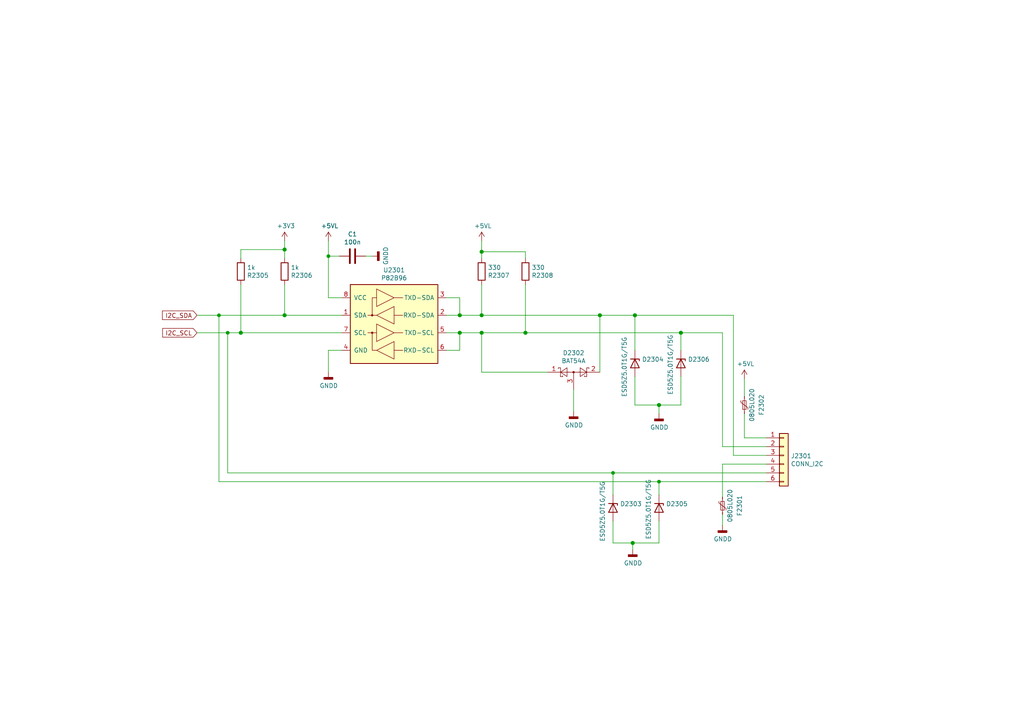
<source format=kicad_sch>
(kicad_sch (version 20211123) (generator eeschema)

  (uuid 1bd160dc-a08a-4fe0-b22c-e1c152609418)

  (paper "A4")

  (lib_symbols
    (symbol "Connector_Generic:Conn_01x06" (pin_names (offset 1.016) hide) (in_bom yes) (on_board yes)
      (property "Reference" "J" (id 0) (at 0 7.62 0)
        (effects (font (size 1.27 1.27)))
      )
      (property "Value" "Conn_01x06" (id 1) (at 0 -10.16 0)
        (effects (font (size 1.27 1.27)))
      )
      (property "Footprint" "" (id 2) (at 0 0 0)
        (effects (font (size 1.27 1.27)) hide)
      )
      (property "Datasheet" "~" (id 3) (at 0 0 0)
        (effects (font (size 1.27 1.27)) hide)
      )
      (property "ki_keywords" "connector" (id 4) (at 0 0 0)
        (effects (font (size 1.27 1.27)) hide)
      )
      (property "ki_description" "Generic connector, single row, 01x06, script generated (kicad-library-utils/schlib/autogen/connector/)" (id 5) (at 0 0 0)
        (effects (font (size 1.27 1.27)) hide)
      )
      (property "ki_fp_filters" "Connector*:*_1x??_*" (id 6) (at 0 0 0)
        (effects (font (size 1.27 1.27)) hide)
      )
      (symbol "Conn_01x06_1_1"
        (rectangle (start -1.27 -7.493) (end 0 -7.747)
          (stroke (width 0.1524) (type default) (color 0 0 0 0))
          (fill (type none))
        )
        (rectangle (start -1.27 -4.953) (end 0 -5.207)
          (stroke (width 0.1524) (type default) (color 0 0 0 0))
          (fill (type none))
        )
        (rectangle (start -1.27 -2.413) (end 0 -2.667)
          (stroke (width 0.1524) (type default) (color 0 0 0 0))
          (fill (type none))
        )
        (rectangle (start -1.27 0.127) (end 0 -0.127)
          (stroke (width 0.1524) (type default) (color 0 0 0 0))
          (fill (type none))
        )
        (rectangle (start -1.27 2.667) (end 0 2.413)
          (stroke (width 0.1524) (type default) (color 0 0 0 0))
          (fill (type none))
        )
        (rectangle (start -1.27 5.207) (end 0 4.953)
          (stroke (width 0.1524) (type default) (color 0 0 0 0))
          (fill (type none))
        )
        (rectangle (start -1.27 6.35) (end 1.27 -8.89)
          (stroke (width 0.254) (type default) (color 0 0 0 0))
          (fill (type background))
        )
        (pin passive line (at -5.08 5.08 0) (length 3.81)
          (name "Pin_1" (effects (font (size 1.27 1.27))))
          (number "1" (effects (font (size 1.27 1.27))))
        )
        (pin passive line (at -5.08 2.54 0) (length 3.81)
          (name "Pin_2" (effects (font (size 1.27 1.27))))
          (number "2" (effects (font (size 1.27 1.27))))
        )
        (pin passive line (at -5.08 0 0) (length 3.81)
          (name "Pin_3" (effects (font (size 1.27 1.27))))
          (number "3" (effects (font (size 1.27 1.27))))
        )
        (pin passive line (at -5.08 -2.54 0) (length 3.81)
          (name "Pin_4" (effects (font (size 1.27 1.27))))
          (number "4" (effects (font (size 1.27 1.27))))
        )
        (pin passive line (at -5.08 -5.08 0) (length 3.81)
          (name "Pin_5" (effects (font (size 1.27 1.27))))
          (number "5" (effects (font (size 1.27 1.27))))
        )
        (pin passive line (at -5.08 -7.62 0) (length 3.81)
          (name "Pin_6" (effects (font (size 1.27 1.27))))
          (number "6" (effects (font (size 1.27 1.27))))
        )
      )
    )
    (symbol "Device:C" (pin_numbers hide) (pin_names (offset 0.254)) (in_bom yes) (on_board yes)
      (property "Reference" "C" (id 0) (at 0.635 2.54 0)
        (effects (font (size 1.27 1.27)) (justify left))
      )
      (property "Value" "C" (id 1) (at 0.635 -2.54 0)
        (effects (font (size 1.27 1.27)) (justify left))
      )
      (property "Footprint" "" (id 2) (at 0.9652 -3.81 0)
        (effects (font (size 1.27 1.27)) hide)
      )
      (property "Datasheet" "~" (id 3) (at 0 0 0)
        (effects (font (size 1.27 1.27)) hide)
      )
      (property "ki_keywords" "cap capacitor" (id 4) (at 0 0 0)
        (effects (font (size 1.27 1.27)) hide)
      )
      (property "ki_description" "Unpolarized capacitor" (id 5) (at 0 0 0)
        (effects (font (size 1.27 1.27)) hide)
      )
      (property "ki_fp_filters" "C_*" (id 6) (at 0 0 0)
        (effects (font (size 1.27 1.27)) hide)
      )
      (symbol "C_0_1"
        (polyline
          (pts
            (xy -2.032 -0.762)
            (xy 2.032 -0.762)
          )
          (stroke (width 0.508) (type default) (color 0 0 0 0))
          (fill (type none))
        )
        (polyline
          (pts
            (xy -2.032 0.762)
            (xy 2.032 0.762)
          )
          (stroke (width 0.508) (type default) (color 0 0 0 0))
          (fill (type none))
        )
      )
      (symbol "C_1_1"
        (pin passive line (at 0 3.81 270) (length 2.794)
          (name "~" (effects (font (size 1.27 1.27))))
          (number "1" (effects (font (size 1.27 1.27))))
        )
        (pin passive line (at 0 -3.81 90) (length 2.794)
          (name "~" (effects (font (size 1.27 1.27))))
          (number "2" (effects (font (size 1.27 1.27))))
        )
      )
    )
    (symbol "Device:D_Zener" (pin_numbers hide) (pin_names (offset 1.016) hide) (in_bom yes) (on_board yes)
      (property "Reference" "D" (id 0) (at 0 2.54 0)
        (effects (font (size 1.27 1.27)))
      )
      (property "Value" "D_Zener" (id 1) (at 0 -2.54 0)
        (effects (font (size 1.27 1.27)))
      )
      (property "Footprint" "" (id 2) (at 0 0 0)
        (effects (font (size 1.27 1.27)) hide)
      )
      (property "Datasheet" "~" (id 3) (at 0 0 0)
        (effects (font (size 1.27 1.27)) hide)
      )
      (property "ki_keywords" "diode" (id 4) (at 0 0 0)
        (effects (font (size 1.27 1.27)) hide)
      )
      (property "ki_description" "Zener diode" (id 5) (at 0 0 0)
        (effects (font (size 1.27 1.27)) hide)
      )
      (property "ki_fp_filters" "TO-???* *_Diode_* *SingleDiode* D_*" (id 6) (at 0 0 0)
        (effects (font (size 1.27 1.27)) hide)
      )
      (symbol "D_Zener_0_1"
        (polyline
          (pts
            (xy 1.27 0)
            (xy -1.27 0)
          )
          (stroke (width 0) (type default) (color 0 0 0 0))
          (fill (type none))
        )
        (polyline
          (pts
            (xy -1.27 -1.27)
            (xy -1.27 1.27)
            (xy -0.762 1.27)
          )
          (stroke (width 0.254) (type default) (color 0 0 0 0))
          (fill (type none))
        )
        (polyline
          (pts
            (xy 1.27 -1.27)
            (xy 1.27 1.27)
            (xy -1.27 0)
            (xy 1.27 -1.27)
          )
          (stroke (width 0.254) (type default) (color 0 0 0 0))
          (fill (type none))
        )
      )
      (symbol "D_Zener_1_1"
        (pin passive line (at -3.81 0 0) (length 2.54)
          (name "K" (effects (font (size 1.27 1.27))))
          (number "1" (effects (font (size 1.27 1.27))))
        )
        (pin passive line (at 3.81 0 180) (length 2.54)
          (name "A" (effects (font (size 1.27 1.27))))
          (number "2" (effects (font (size 1.27 1.27))))
        )
      )
    )
    (symbol "Device:Polyfuse_Small" (pin_numbers hide) (pin_names (offset 0)) (in_bom yes) (on_board yes)
      (property "Reference" "F" (id 0) (at -1.905 0 90)
        (effects (font (size 1.27 1.27)))
      )
      (property "Value" "Polyfuse_Small" (id 1) (at 1.905 0 90)
        (effects (font (size 1.27 1.27)))
      )
      (property "Footprint" "" (id 2) (at 1.27 -5.08 0)
        (effects (font (size 1.27 1.27)) (justify left) hide)
      )
      (property "Datasheet" "~" (id 3) (at 0 0 0)
        (effects (font (size 1.27 1.27)) hide)
      )
      (property "ki_keywords" "resettable fuse PTC PPTC polyfuse polyswitch" (id 4) (at 0 0 0)
        (effects (font (size 1.27 1.27)) hide)
      )
      (property "ki_description" "Resettable fuse, polymeric positive temperature coefficient, small symbol" (id 5) (at 0 0 0)
        (effects (font (size 1.27 1.27)) hide)
      )
      (property "ki_fp_filters" "*polyfuse* *PTC*" (id 6) (at 0 0 0)
        (effects (font (size 1.27 1.27)) hide)
      )
      (symbol "Polyfuse_Small_0_1"
        (rectangle (start -0.508 1.27) (end 0.508 -1.27)
          (stroke (width 0) (type default) (color 0 0 0 0))
          (fill (type none))
        )
        (polyline
          (pts
            (xy 0 2.54)
            (xy 0 -2.54)
          )
          (stroke (width 0) (type default) (color 0 0 0 0))
          (fill (type none))
        )
        (polyline
          (pts
            (xy -1.016 1.27)
            (xy -1.016 0.762)
            (xy 1.016 -0.762)
            (xy 1.016 -1.27)
          )
          (stroke (width 0) (type default) (color 0 0 0 0))
          (fill (type none))
        )
      )
      (symbol "Polyfuse_Small_1_1"
        (pin passive line (at 0 2.54 270) (length 0.635)
          (name "~" (effects (font (size 1.27 1.27))))
          (number "1" (effects (font (size 1.27 1.27))))
        )
        (pin passive line (at 0 -2.54 90) (length 0.635)
          (name "~" (effects (font (size 1.27 1.27))))
          (number "2" (effects (font (size 1.27 1.27))))
        )
      )
    )
    (symbol "Device:R" (pin_numbers hide) (pin_names (offset 0)) (in_bom yes) (on_board yes)
      (property "Reference" "R" (id 0) (at 2.032 0 90)
        (effects (font (size 1.27 1.27)))
      )
      (property "Value" "R" (id 1) (at 0 0 90)
        (effects (font (size 1.27 1.27)))
      )
      (property "Footprint" "" (id 2) (at -1.778 0 90)
        (effects (font (size 1.27 1.27)) hide)
      )
      (property "Datasheet" "~" (id 3) (at 0 0 0)
        (effects (font (size 1.27 1.27)) hide)
      )
      (property "ki_keywords" "R res resistor" (id 4) (at 0 0 0)
        (effects (font (size 1.27 1.27)) hide)
      )
      (property "ki_description" "Resistor" (id 5) (at 0 0 0)
        (effects (font (size 1.27 1.27)) hide)
      )
      (property "ki_fp_filters" "R_*" (id 6) (at 0 0 0)
        (effects (font (size 1.27 1.27)) hide)
      )
      (symbol "R_0_1"
        (rectangle (start -1.016 -2.54) (end 1.016 2.54)
          (stroke (width 0.254) (type default) (color 0 0 0 0))
          (fill (type none))
        )
      )
      (symbol "R_1_1"
        (pin passive line (at 0 3.81 270) (length 1.27)
          (name "~" (effects (font (size 1.27 1.27))))
          (number "1" (effects (font (size 1.27 1.27))))
        )
        (pin passive line (at 0 -3.81 90) (length 1.27)
          (name "~" (effects (font (size 1.27 1.27))))
          (number "2" (effects (font (size 1.27 1.27))))
        )
      )
    )
    (symbol "Diode:BAT54A" (pin_names (offset 1.016)) (in_bom yes) (on_board yes)
      (property "Reference" "D" (id 0) (at 0.635 -3.81 0)
        (effects (font (size 1.27 1.27)) (justify left))
      )
      (property "Value" "BAT54A" (id 1) (at -6.35 3.175 0)
        (effects (font (size 1.27 1.27)) (justify left))
      )
      (property "Footprint" "Package_TO_SOT_SMD:SOT-23" (id 2) (at 1.905 3.175 0)
        (effects (font (size 1.27 1.27)) (justify left) hide)
      )
      (property "Datasheet" "http://www.diodes.com/_files/datasheets/ds11005.pdf" (id 3) (at -3.048 0 0)
        (effects (font (size 1.27 1.27)) hide)
      )
      (property "ki_keywords" "schottky diode" (id 4) (at 0 0 0)
        (effects (font (size 1.27 1.27)) hide)
      )
      (property "ki_description" "schottky barrier diode" (id 5) (at 0 0 0)
        (effects (font (size 1.27 1.27)) hide)
      )
      (property "ki_fp_filters" "SOT?23*" (id 6) (at 0 0 0)
        (effects (font (size 1.27 1.27)) hide)
      )
      (symbol "BAT54A_0_1"
        (polyline
          (pts
            (xy -4.445 1.27)
            (xy -4.445 1.016)
          )
          (stroke (width 0) (type default) (color 0 0 0 0))
          (fill (type none))
        )
        (polyline
          (pts
            (xy -3.81 -1.27)
            (xy -3.81 1.27)
          )
          (stroke (width 0) (type default) (color 0 0 0 0))
          (fill (type none))
        )
        (polyline
          (pts
            (xy -3.81 -1.27)
            (xy -3.175 -1.27)
          )
          (stroke (width 0) (type default) (color 0 0 0 0))
          (fill (type none))
        )
        (polyline
          (pts
            (xy -3.81 0)
            (xy -1.27 0)
          )
          (stroke (width 0) (type default) (color 0 0 0 0))
          (fill (type none))
        )
        (polyline
          (pts
            (xy -3.81 1.27)
            (xy -4.445 1.27)
          )
          (stroke (width 0) (type default) (color 0 0 0 0))
          (fill (type none))
        )
        (polyline
          (pts
            (xy -3.175 -1.27)
            (xy -3.175 -1.016)
          )
          (stroke (width 0) (type default) (color 0 0 0 0))
          (fill (type none))
        )
        (polyline
          (pts
            (xy -1.905 0)
            (xy 1.905 0)
          )
          (stroke (width 0) (type default) (color 0 0 0 0))
          (fill (type none))
        )
        (polyline
          (pts
            (xy 1.27 0)
            (xy 3.81 0)
          )
          (stroke (width 0) (type default) (color 0 0 0 0))
          (fill (type none))
        )
        (polyline
          (pts
            (xy 3.175 -1.27)
            (xy 3.175 -1.016)
          )
          (stroke (width 0) (type default) (color 0 0 0 0))
          (fill (type none))
        )
        (polyline
          (pts
            (xy 3.81 -1.27)
            (xy 3.175 -1.27)
          )
          (stroke (width 0) (type default) (color 0 0 0 0))
          (fill (type none))
        )
        (polyline
          (pts
            (xy 3.81 -1.27)
            (xy 3.81 1.27)
          )
          (stroke (width 0) (type default) (color 0 0 0 0))
          (fill (type none))
        )
        (polyline
          (pts
            (xy 3.81 1.27)
            (xy 4.445 1.27)
          )
          (stroke (width 0) (type default) (color 0 0 0 0))
          (fill (type none))
        )
        (polyline
          (pts
            (xy 4.445 1.27)
            (xy 4.445 1.016)
          )
          (stroke (width 0) (type default) (color 0 0 0 0))
          (fill (type none))
        )
        (polyline
          (pts
            (xy -1.905 1.27)
            (xy -1.905 -1.27)
            (xy -3.81 0)
            (xy -1.905 1.27)
          )
          (stroke (width 0) (type default) (color 0 0 0 0))
          (fill (type none))
        )
        (polyline
          (pts
            (xy 1.905 1.27)
            (xy 1.905 -1.27)
            (xy 3.81 0)
            (xy 1.905 1.27)
          )
          (stroke (width 0) (type default) (color 0 0 0 0))
          (fill (type none))
        )
        (circle (center 0 0) (radius 0.254)
          (stroke (width 0) (type default) (color 0 0 0 0))
          (fill (type outline))
        )
      )
      (symbol "BAT54A_1_1"
        (pin passive line (at -7.62 0 0) (length 3.81)
          (name "~" (effects (font (size 1.27 1.27))))
          (number "1" (effects (font (size 1.27 1.27))))
        )
        (pin passive line (at 7.62 0 180) (length 3.81)
          (name "~" (effects (font (size 1.27 1.27))))
          (number "2" (effects (font (size 1.27 1.27))))
        )
        (pin passive line (at 0 -5.08 90) (length 5.08)
          (name "~" (effects (font (size 1.27 1.27))))
          (number "3" (effects (font (size 1.27 1.27))))
        )
      )
    )
    (symbol "Interface_Expansion:P82B96" (pin_names (offset 1.016)) (in_bom yes) (on_board yes)
      (property "Reference" "U" (id 0) (at -12.7 12.7 0)
        (effects (font (size 1.27 1.27)) (justify left))
      )
      (property "Value" "P82B96" (id 1) (at 5.08 12.7 0)
        (effects (font (size 1.27 1.27)) (justify left))
      )
      (property "Footprint" "" (id 2) (at 0 0 0)
        (effects (font (size 1.27 1.27)) hide)
      )
      (property "Datasheet" "http://www.nxp.com/documents/data_sheet/P82B96.pdf" (id 3) (at 0 0 0)
        (effects (font (size 1.27 1.27)) hide)
      )
      (property "ki_keywords" "I2C Bus Buffer" (id 4) (at 0 0 0)
        (effects (font (size 1.27 1.27)) hide)
      )
      (property "ki_description" "Dual I2C Bus Buffer, DIP8/SO8/TSSOP8" (id 5) (at 0 0 0)
        (effects (font (size 1.27 1.27)) hide)
      )
      (property "ki_fp_filters" "DIP* PDIP* SOIC* SO* TSSOP*" (id 6) (at 0 0 0)
        (effects (font (size 1.27 1.27)) hide)
      )
      (symbol "P82B96_0_1"
        (rectangle (start -12.7 11.43) (end 12.7 -11.43)
          (stroke (width 0.254) (type default) (color 0 0 0 0))
          (fill (type background))
        )
        (circle (center -6.35 -2.54) (radius 0.127)
          (stroke (width 0) (type default) (color 0 0 0 0))
          (fill (type none))
        )
        (circle (center -6.35 -2.54) (radius 0.254)
          (stroke (width 0) (type default) (color 0 0 0 0))
          (fill (type none))
        )
        (circle (center -6.35 2.54) (radius 0.127)
          (stroke (width 0) (type default) (color 0 0 0 0))
          (fill (type none))
        )
        (circle (center -6.35 2.54) (radius 0.254)
          (stroke (width 0) (type default) (color 0 0 0 0))
          (fill (type none))
        )
        (polyline
          (pts
            (xy -5.08 -2.54)
            (xy -7.62 -2.54)
          )
          (stroke (width 0) (type default) (color 0 0 0 0))
          (fill (type none))
        )
        (polyline
          (pts
            (xy 0 -7.62)
            (xy 2.54 -7.62)
          )
          (stroke (width 0) (type default) (color 0 0 0 0))
          (fill (type none))
        )
        (polyline
          (pts
            (xy 0 -2.54)
            (xy 2.54 -2.54)
          )
          (stroke (width 0) (type default) (color 0 0 0 0))
          (fill (type none))
        )
        (polyline
          (pts
            (xy -5.08 -7.62)
            (xy -6.35 -7.62)
            (xy -6.35 -2.54)
          )
          (stroke (width 0) (type default) (color 0 0 0 0))
          (fill (type none))
        )
        (polyline
          (pts
            (xy -5.08 2.54)
            (xy -7.62 2.54)
            (xy -7.62 2.54)
          )
          (stroke (width 0) (type default) (color 0 0 0 0))
          (fill (type none))
        )
        (polyline
          (pts
            (xy 0 7.62)
            (xy 2.54 7.62)
            (xy 2.54 7.62)
          )
          (stroke (width 0) (type default) (color 0 0 0 0))
          (fill (type none))
        )
        (polyline
          (pts
            (xy 2.54 2.54)
            (xy 0 2.54)
            (xy 0 2.54)
          )
          (stroke (width 0) (type default) (color 0 0 0 0))
          (fill (type none))
        )
        (polyline
          (pts
            (xy -6.35 2.54)
            (xy -6.35 7.62)
            (xy -5.08 7.62)
            (xy -5.08 7.62)
          )
          (stroke (width 0) (type default) (color 0 0 0 0))
          (fill (type none))
        )
        (polyline
          (pts
            (xy -5.08 0)
            (xy -5.08 -5.08)
            (xy 0 -2.54)
            (xy -5.08 0)
            (xy -5.08 0)
          )
          (stroke (width 0) (type default) (color 0 0 0 0))
          (fill (type none))
        )
        (polyline
          (pts
            (xy -5.08 10.16)
            (xy -5.08 5.08)
            (xy 0 7.62)
            (xy -5.08 10.16)
            (xy -5.08 10.16)
          )
          (stroke (width 0) (type default) (color 0 0 0 0))
          (fill (type none))
        )
        (polyline
          (pts
            (xy 0 -5.08)
            (xy -5.08 -7.62)
            (xy 0 -10.16)
            (xy 0 -5.08)
            (xy 0 -5.08)
          )
          (stroke (width 0) (type default) (color 0 0 0 0))
          (fill (type none))
        )
        (polyline
          (pts
            (xy 0 5.08)
            (xy -5.08 2.54)
            (xy 0 0)
            (xy 0 5.08)
            (xy 0 5.08)
          )
          (stroke (width 0) (type default) (color 0 0 0 0))
          (fill (type none))
        )
      )
      (symbol "P82B96_1_1"
        (pin bidirectional line (at -15.24 2.54 0) (length 2.54)
          (name "SDA" (effects (font (size 1.27 1.27))))
          (number "1" (effects (font (size 1.27 1.27))))
        )
        (pin input line (at 15.24 2.54 180) (length 2.54)
          (name "RXD-SDA" (effects (font (size 1.27 1.27))))
          (number "2" (effects (font (size 1.27 1.27))))
        )
        (pin output line (at 15.24 7.62 180) (length 2.54)
          (name "TXD-SDA" (effects (font (size 1.27 1.27))))
          (number "3" (effects (font (size 1.27 1.27))))
        )
        (pin power_in line (at -15.24 -7.62 0) (length 2.54)
          (name "GND" (effects (font (size 1.27 1.27))))
          (number "4" (effects (font (size 1.27 1.27))))
        )
        (pin output line (at 15.24 -2.54 180) (length 2.54)
          (name "TXD-SCL" (effects (font (size 1.27 1.27))))
          (number "5" (effects (font (size 1.27 1.27))))
        )
        (pin input line (at 15.24 -7.62 180) (length 2.54)
          (name "RXD-SCL" (effects (font (size 1.27 1.27))))
          (number "6" (effects (font (size 1.27 1.27))))
        )
        (pin bidirectional line (at -15.24 -2.54 0) (length 2.54)
          (name "SCL" (effects (font (size 1.27 1.27))))
          (number "7" (effects (font (size 1.27 1.27))))
        )
        (pin power_in line (at -15.24 7.62 0) (length 2.54)
          (name "VCC" (effects (font (size 1.27 1.27))))
          (number "8" (effects (font (size 1.27 1.27))))
        )
      )
    )
    (symbol "power:+3V3" (power) (pin_names (offset 0)) (in_bom yes) (on_board yes)
      (property "Reference" "#PWR" (id 0) (at 0 -3.81 0)
        (effects (font (size 1.27 1.27)) hide)
      )
      (property "Value" "+3V3" (id 1) (at 0 3.556 0)
        (effects (font (size 1.27 1.27)))
      )
      (property "Footprint" "" (id 2) (at 0 0 0)
        (effects (font (size 1.27 1.27)) hide)
      )
      (property "Datasheet" "" (id 3) (at 0 0 0)
        (effects (font (size 1.27 1.27)) hide)
      )
      (property "ki_keywords" "power-flag" (id 4) (at 0 0 0)
        (effects (font (size 1.27 1.27)) hide)
      )
      (property "ki_description" "Power symbol creates a global label with name \"+3V3\"" (id 5) (at 0 0 0)
        (effects (font (size 1.27 1.27)) hide)
      )
      (symbol "+3V3_0_1"
        (polyline
          (pts
            (xy -0.762 1.27)
            (xy 0 2.54)
          )
          (stroke (width 0) (type default) (color 0 0 0 0))
          (fill (type none))
        )
        (polyline
          (pts
            (xy 0 0)
            (xy 0 2.54)
          )
          (stroke (width 0) (type default) (color 0 0 0 0))
          (fill (type none))
        )
        (polyline
          (pts
            (xy 0 2.54)
            (xy 0.762 1.27)
          )
          (stroke (width 0) (type default) (color 0 0 0 0))
          (fill (type none))
        )
      )
      (symbol "+3V3_1_1"
        (pin power_in line (at 0 0 90) (length 0) hide
          (name "+3V3" (effects (font (size 1.27 1.27))))
          (number "1" (effects (font (size 1.27 1.27))))
        )
      )
    )
    (symbol "power:+5VL" (power) (pin_names (offset 0)) (in_bom yes) (on_board yes)
      (property "Reference" "#PWR" (id 0) (at 0 -3.81 0)
        (effects (font (size 1.27 1.27)) hide)
      )
      (property "Value" "+5VL" (id 1) (at 0 3.556 0)
        (effects (font (size 1.27 1.27)))
      )
      (property "Footprint" "" (id 2) (at 0 0 0)
        (effects (font (size 1.27 1.27)) hide)
      )
      (property "Datasheet" "" (id 3) (at 0 0 0)
        (effects (font (size 1.27 1.27)) hide)
      )
      (property "ki_keywords" "power-flag" (id 4) (at 0 0 0)
        (effects (font (size 1.27 1.27)) hide)
      )
      (property "ki_description" "Power symbol creates a global label with name \"+5VL\"" (id 5) (at 0 0 0)
        (effects (font (size 1.27 1.27)) hide)
      )
      (symbol "+5VL_0_1"
        (polyline
          (pts
            (xy -0.762 1.27)
            (xy 0 2.54)
          )
          (stroke (width 0) (type default) (color 0 0 0 0))
          (fill (type none))
        )
        (polyline
          (pts
            (xy 0 0)
            (xy 0 2.54)
          )
          (stroke (width 0) (type default) (color 0 0 0 0))
          (fill (type none))
        )
        (polyline
          (pts
            (xy 0 2.54)
            (xy 0.762 1.27)
          )
          (stroke (width 0) (type default) (color 0 0 0 0))
          (fill (type none))
        )
      )
      (symbol "+5VL_1_1"
        (pin power_in line (at 0 0 90) (length 0) hide
          (name "+5VL" (effects (font (size 1.27 1.27))))
          (number "1" (effects (font (size 1.27 1.27))))
        )
      )
    )
    (symbol "power:GNDD" (power) (pin_names (offset 0)) (in_bom yes) (on_board yes)
      (property "Reference" "#PWR" (id 0) (at 0 -6.35 0)
        (effects (font (size 1.27 1.27)) hide)
      )
      (property "Value" "GNDD" (id 1) (at 0 -3.175 0)
        (effects (font (size 1.27 1.27)))
      )
      (property "Footprint" "" (id 2) (at 0 0 0)
        (effects (font (size 1.27 1.27)) hide)
      )
      (property "Datasheet" "" (id 3) (at 0 0 0)
        (effects (font (size 1.27 1.27)) hide)
      )
      (property "ki_keywords" "power-flag" (id 4) (at 0 0 0)
        (effects (font (size 1.27 1.27)) hide)
      )
      (property "ki_description" "Power symbol creates a global label with name \"GNDD\" , digital ground" (id 5) (at 0 0 0)
        (effects (font (size 1.27 1.27)) hide)
      )
      (symbol "GNDD_0_1"
        (rectangle (start -1.27 -1.524) (end 1.27 -2.032)
          (stroke (width 0.254) (type default) (color 0 0 0 0))
          (fill (type outline))
        )
        (polyline
          (pts
            (xy 0 0)
            (xy 0 -1.524)
          )
          (stroke (width 0) (type default) (color 0 0 0 0))
          (fill (type none))
        )
      )
      (symbol "GNDD_1_1"
        (pin power_in line (at 0 0 270) (length 0) hide
          (name "GNDD" (effects (font (size 1.27 1.27))))
          (number "1" (effects (font (size 1.27 1.27))))
        )
      )
    )
  )

  (junction (at 184.15 91.44) (diameter 1.016) (color 0 0 0 0)
    (uuid 1efa2a2c-3448-4385-898c-4c1577e22b00)
  )
  (junction (at 152.4 96.52) (diameter 1.016) (color 0 0 0 0)
    (uuid 2e924d2d-94f7-4a0f-8528-9d6e8f6bb0eb)
  )
  (junction (at 82.55 72.39) (diameter 1.016) (color 0 0 0 0)
    (uuid 39145082-825f-48b4-964e-958e59a83d09)
  )
  (junction (at 139.7 91.44) (diameter 1.016) (color 0 0 0 0)
    (uuid 47c2d869-3b61-41cb-b7da-0bcda9d848a9)
  )
  (junction (at 191.135 139.7) (diameter 0) (color 0 0 0 0)
    (uuid 53e279a4-b5b3-499f-8110-968401aa2145)
  )
  (junction (at 133.35 96.52) (diameter 1.016) (color 0 0 0 0)
    (uuid 5ff8b22f-1347-41d2-a81f-35ad79604a9b)
  )
  (junction (at 95.25 74.295) (diameter 0) (color 0 0 0 0)
    (uuid 60108ae7-ffef-4936-bf39-c8dd84762005)
  )
  (junction (at 197.485 96.52) (diameter 1.016) (color 0 0 0 0)
    (uuid 6707b221-21a1-482b-a9e0-e56d0908d37f)
  )
  (junction (at 183.515 157.48) (diameter 1.016) (color 0 0 0 0)
    (uuid 82b43a70-cb19-4531-8dd9-530241cf5458)
  )
  (junction (at 133.35 91.44) (diameter 1.016) (color 0 0 0 0)
    (uuid 8e2f2bec-6702-4270-8919-51904da9c633)
  )
  (junction (at 82.55 91.44) (diameter 1.016) (color 0 0 0 0)
    (uuid 94ebab51-a200-451b-80c5-4a6910538d4b)
  )
  (junction (at 191.135 117.475) (diameter 1.016) (color 0 0 0 0)
    (uuid a57ab6a7-0401-4f24-a727-566f19f6bf8f)
  )
  (junction (at 173.99 91.44) (diameter 1.016) (color 0 0 0 0)
    (uuid b4ac8718-0185-4931-9448-0b4d31607c34)
  )
  (junction (at 139.7 96.52) (diameter 1.016) (color 0 0 0 0)
    (uuid b6195440-02a8-48ee-b1aa-3caabc4545a9)
  )
  (junction (at 63.5 91.44) (diameter 0) (color 0 0 0 0)
    (uuid bd397544-ff56-4d51-b3c9-1b9f1f5e47be)
  )
  (junction (at 139.7 73.025) (diameter 1.016) (color 0 0 0 0)
    (uuid e412785b-4527-40b0-a133-202e6c25d7ad)
  )
  (junction (at 69.85 96.52) (diameter 1.016) (color 0 0 0 0)
    (uuid f4b777c9-c30a-4e78-abfd-d3896532f997)
  )
  (junction (at 177.8 137.16) (diameter 0) (color 0 0 0 0)
    (uuid f67f3eb8-4f81-49e3-b2b7-2f620cf92995)
  )
  (junction (at 66.04 96.52) (diameter 0) (color 0 0 0 0)
    (uuid f9f308d7-b844-4d61-97b2-be32493c4dd7)
  )

  (wire (pts (xy 191.135 157.48) (xy 191.135 151.13))
    (stroke (width 0) (type solid) (color 0 0 0 0))
    (uuid 047a1e39-3b23-4f58-a3c5-c678768e4f8e)
  )
  (wire (pts (xy 166.37 113.03) (xy 166.37 119.38))
    (stroke (width 0) (type solid) (color 0 0 0 0))
    (uuid 056f0540-4b8a-45b4-8cdc-b14c850f444a)
  )
  (wire (pts (xy 66.04 96.52) (xy 66.04 137.16))
    (stroke (width 0) (type solid) (color 0 0 0 0))
    (uuid 05b10288-d2b6-46ab-98b2-0d2b2f6bbc2b)
  )
  (wire (pts (xy 66.04 137.16) (xy 177.8 137.16))
    (stroke (width 0) (type solid) (color 0 0 0 0))
    (uuid 05b10288-d2b6-46ab-98b2-0d2b2f6bbc2c)
  )
  (wire (pts (xy 177.8 137.16) (xy 222.25 137.16))
    (stroke (width 0) (type solid) (color 0 0 0 0))
    (uuid 05b10288-d2b6-46ab-98b2-0d2b2f6bbc2d)
  )
  (wire (pts (xy 139.7 91.44) (xy 173.99 91.44))
    (stroke (width 0) (type solid) (color 0 0 0 0))
    (uuid 064b6d27-7ea1-4de4-b38a-5b5668f5ecb7)
  )
  (wire (pts (xy 57.15 91.44) (xy 63.5 91.44))
    (stroke (width 0) (type solid) (color 0 0 0 0))
    (uuid 07757c57-91f2-4e72-bd19-e9802361846b)
  )
  (wire (pts (xy 63.5 91.44) (xy 82.55 91.44))
    (stroke (width 0) (type solid) (color 0 0 0 0))
    (uuid 07757c57-91f2-4e72-bd19-e9802361846c)
  )
  (wire (pts (xy 209.55 96.52) (xy 197.485 96.52))
    (stroke (width 0) (type solid) (color 0 0 0 0))
    (uuid 097f5ada-5ca9-4beb-ac59-1ecd05c0246d)
  )
  (wire (pts (xy 99.06 86.36) (xy 95.25 86.36))
    (stroke (width 0) (type solid) (color 0 0 0 0))
    (uuid 0bacea79-5037-415c-9d64-abadb88eee5c)
  )
  (wire (pts (xy 209.55 149.225) (xy 209.55 152.4))
    (stroke (width 0) (type solid) (color 0 0 0 0))
    (uuid 0c40e61b-e35c-418b-989a-49b51462463e)
  )
  (wire (pts (xy 139.7 82.55) (xy 139.7 91.44))
    (stroke (width 0) (type solid) (color 0 0 0 0))
    (uuid 115c5081-70d8-4f34-abad-0e8395784f4b)
  )
  (wire (pts (xy 139.7 69.85) (xy 139.7 73.025))
    (stroke (width 0) (type solid) (color 0 0 0 0))
    (uuid 11c2faac-ef1a-44a3-816d-abbeb5ba3344)
  )
  (wire (pts (xy 69.85 96.52) (xy 99.06 96.52))
    (stroke (width 0) (type solid) (color 0 0 0 0))
    (uuid 13e807f3-cb2f-4d5a-87de-6752f9ce559a)
  )
  (wire (pts (xy 152.4 96.52) (xy 139.7 96.52))
    (stroke (width 0) (type solid) (color 0 0 0 0))
    (uuid 1bbbfc31-30cd-4f5d-acf8-5e86e144b707)
  )
  (wire (pts (xy 63.5 91.44) (xy 63.5 139.7))
    (stroke (width 0) (type solid) (color 0 0 0 0))
    (uuid 1f170605-fb3b-4f1e-af9e-c683317d5dbb)
  )
  (wire (pts (xy 63.5 139.7) (xy 191.135 139.7))
    (stroke (width 0) (type solid) (color 0 0 0 0))
    (uuid 1f170605-fb3b-4f1e-af9e-c683317d5dbc)
  )
  (wire (pts (xy 191.135 139.7) (xy 222.25 139.7))
    (stroke (width 0) (type solid) (color 0 0 0 0))
    (uuid 1f170605-fb3b-4f1e-af9e-c683317d5dbd)
  )
  (wire (pts (xy 129.54 101.6) (xy 133.35 101.6))
    (stroke (width 0) (type solid) (color 0 0 0 0))
    (uuid 265fbc46-2164-4517-9022-b1c846da7ba9)
  )
  (wire (pts (xy 191.135 117.475) (xy 197.485 117.475))
    (stroke (width 0) (type solid) (color 0 0 0 0))
    (uuid 2dff97b3-2c56-4ba6-b2ee-c4c3aff51e80)
  )
  (wire (pts (xy 99.06 101.6) (xy 95.25 101.6))
    (stroke (width 0) (type solid) (color 0 0 0 0))
    (uuid 32121e2b-97c8-4769-aaf1-ef70539f105a)
  )
  (wire (pts (xy 209.55 144.145) (xy 209.55 134.62))
    (stroke (width 0) (type solid) (color 0 0 0 0))
    (uuid 3c1007f5-81cc-4e57-a0dc-f042638ebac7)
  )
  (wire (pts (xy 183.515 157.48) (xy 191.135 157.48))
    (stroke (width 0) (type solid) (color 0 0 0 0))
    (uuid 405665cc-203c-4125-87e2-9477dd768af3)
  )
  (wire (pts (xy 95.25 69.85) (xy 95.25 74.295))
    (stroke (width 0) (type solid) (color 0 0 0 0))
    (uuid 416cd8b0-2ecb-4d6b-81c1-d26e3ca6004b)
  )
  (wire (pts (xy 95.25 74.295) (xy 95.25 86.36))
    (stroke (width 0) (type solid) (color 0 0 0 0))
    (uuid 416cd8b0-2ecb-4d6b-81c1-d26e3ca6004c)
  )
  (wire (pts (xy 209.55 129.54) (xy 209.55 96.52))
    (stroke (width 0) (type solid) (color 0 0 0 0))
    (uuid 43d82403-e136-4210-8d7b-5b04201401ed)
  )
  (wire (pts (xy 197.485 101.6) (xy 197.485 96.52))
    (stroke (width 0) (type solid) (color 0 0 0 0))
    (uuid 473f99f6-4456-49d8-9007-5c09d672df39)
  )
  (wire (pts (xy 69.85 72.39) (xy 82.55 72.39))
    (stroke (width 0) (type solid) (color 0 0 0 0))
    (uuid 477f6cee-58a7-4319-ae22-dd9e8c68a855)
  )
  (wire (pts (xy 177.8 157.48) (xy 183.515 157.48))
    (stroke (width 0) (type solid) (color 0 0 0 0))
    (uuid 50d2cad4-d3ed-432a-a7af-c9999476390e)
  )
  (wire (pts (xy 129.54 96.52) (xy 133.35 96.52))
    (stroke (width 0) (type solid) (color 0 0 0 0))
    (uuid 53038668-8fd0-4f9f-9d22-a7bc5d0b6c57)
  )
  (wire (pts (xy 184.15 101.6) (xy 184.15 91.44))
    (stroke (width 0) (type solid) (color 0 0 0 0))
    (uuid 539a8f32-d2ce-4d4e-8a5e-364a4800e0c9)
  )
  (wire (pts (xy 82.55 72.39) (xy 82.55 74.93))
    (stroke (width 0) (type solid) (color 0 0 0 0))
    (uuid 5996cd08-6070-4bf2-a088-bfc69b68be60)
  )
  (wire (pts (xy 95.25 74.295) (xy 98.425 74.295))
    (stroke (width 0) (type solid) (color 0 0 0 0))
    (uuid 5aef407a-c32b-4101-bb78-ee981859685a)
  )
  (wire (pts (xy 82.55 69.85) (xy 82.55 72.39))
    (stroke (width 0) (type solid) (color 0 0 0 0))
    (uuid 62ec3a0d-11d3-44f9-b749-5231a215c89c)
  )
  (wire (pts (xy 215.9 120.015) (xy 215.9 127))
    (stroke (width 0) (type solid) (color 0 0 0 0))
    (uuid 655f10de-c9c7-4803-9a74-0fb4d6976d78)
  )
  (wire (pts (xy 191.135 117.475) (xy 191.135 120.015))
    (stroke (width 0) (type solid) (color 0 0 0 0))
    (uuid 701e5c15-eaad-4ee5-990b-1d61c292ca5e)
  )
  (wire (pts (xy 139.7 91.44) (xy 133.35 91.44))
    (stroke (width 0) (type solid) (color 0 0 0 0))
    (uuid 76560c5b-a22c-436d-a47c-a4f298d040bc)
  )
  (wire (pts (xy 69.85 74.93) (xy 69.85 72.39))
    (stroke (width 0) (type solid) (color 0 0 0 0))
    (uuid 795718ef-4ab2-426a-9242-90ccbb866615)
  )
  (wire (pts (xy 129.54 86.36) (xy 133.35 86.36))
    (stroke (width 0) (type solid) (color 0 0 0 0))
    (uuid 7a4cab2f-2b05-472f-9e75-b3f8257344da)
  )
  (wire (pts (xy 212.725 132.08) (xy 222.25 132.08))
    (stroke (width 0) (type solid) (color 0 0 0 0))
    (uuid 7aed6445-3ff5-4770-a10a-722a227e85fe)
  )
  (wire (pts (xy 139.7 96.52) (xy 133.35 96.52))
    (stroke (width 0) (type solid) (color 0 0 0 0))
    (uuid 7cb11522-57e8-475c-a73c-1942940dde0d)
  )
  (wire (pts (xy 191.135 143.51) (xy 191.135 139.7))
    (stroke (width 0) (type solid) (color 0 0 0 0))
    (uuid 7ecd306c-65ac-4316-868d-afe4d515e3e1)
  )
  (wire (pts (xy 133.35 86.36) (xy 133.35 91.44))
    (stroke (width 0) (type solid) (color 0 0 0 0))
    (uuid 801b09db-9acd-45ec-861d-b247a925d9f3)
  )
  (wire (pts (xy 184.15 109.22) (xy 184.15 117.475))
    (stroke (width 0) (type solid) (color 0 0 0 0))
    (uuid 82722d97-f7ca-4e8d-9ac0-a9a534cede8d)
  )
  (wire (pts (xy 184.15 117.475) (xy 191.135 117.475))
    (stroke (width 0) (type solid) (color 0 0 0 0))
    (uuid 85b161ea-c8c2-4abf-8e7b-54fa8f1acee9)
  )
  (wire (pts (xy 106.045 74.295) (xy 107.95 74.295))
    (stroke (width 0) (type solid) (color 0 0 0 0))
    (uuid 8ab5f63d-4ac3-4831-8601-03462d541fa9)
  )
  (wire (pts (xy 139.7 73.025) (xy 139.7 74.93))
    (stroke (width 0) (type solid) (color 0 0 0 0))
    (uuid a6d856dd-ca45-4db1-814d-c8d8b2e67bcc)
  )
  (wire (pts (xy 177.8 151.13) (xy 177.8 157.48))
    (stroke (width 0) (type solid) (color 0 0 0 0))
    (uuid ae5acf15-5024-42f9-8768-b8593623510f)
  )
  (wire (pts (xy 152.4 74.93) (xy 152.4 73.025))
    (stroke (width 0) (type solid) (color 0 0 0 0))
    (uuid ae7b5fa5-a078-446d-87cf-220b813088a5)
  )
  (wire (pts (xy 57.15 96.52) (xy 66.04 96.52))
    (stroke (width 0) (type solid) (color 0 0 0 0))
    (uuid b5f40593-55c6-4c7a-b13b-9fefdf906f63)
  )
  (wire (pts (xy 66.04 96.52) (xy 69.85 96.52))
    (stroke (width 0) (type solid) (color 0 0 0 0))
    (uuid b5f40593-55c6-4c7a-b13b-9fefdf906f64)
  )
  (wire (pts (xy 129.54 91.44) (xy 133.35 91.44))
    (stroke (width 0) (type solid) (color 0 0 0 0))
    (uuid b6332179-e136-475a-a50a-bbd6a7365168)
  )
  (wire (pts (xy 133.35 96.52) (xy 133.35 101.6))
    (stroke (width 0) (type solid) (color 0 0 0 0))
    (uuid bacc9ed3-1ac4-4882-8e9a-d73213a208cf)
  )
  (wire (pts (xy 215.9 127) (xy 222.25 127))
    (stroke (width 0) (type solid) (color 0 0 0 0))
    (uuid bb4b9121-af36-42f2-8114-2f1b164fd5a0)
  )
  (wire (pts (xy 158.75 107.95) (xy 139.7 107.95))
    (stroke (width 0) (type solid) (color 0 0 0 0))
    (uuid bf5ba9e1-1816-4710-a6eb-22d606256753)
  )
  (wire (pts (xy 209.55 129.54) (xy 222.25 129.54))
    (stroke (width 0) (type solid) (color 0 0 0 0))
    (uuid c3b440cf-d8f6-4160-858d-4db0a73af052)
  )
  (wire (pts (xy 82.55 82.55) (xy 82.55 91.44))
    (stroke (width 0) (type solid) (color 0 0 0 0))
    (uuid c74083f2-57ac-4323-9a59-b485bf98ed3a)
  )
  (wire (pts (xy 209.55 134.62) (xy 222.25 134.62))
    (stroke (width 0) (type solid) (color 0 0 0 0))
    (uuid c7f84ba6-40df-4cc6-8a5b-73df52724f22)
  )
  (wire (pts (xy 184.15 91.44) (xy 212.725 91.44))
    (stroke (width 0) (type solid) (color 0 0 0 0))
    (uuid c91df664-f38e-4cf3-ad25-4a2f1c7ed06b)
  )
  (wire (pts (xy 173.99 91.44) (xy 173.99 107.95))
    (stroke (width 0) (type solid) (color 0 0 0 0))
    (uuid ce66662b-2542-482d-ac29-5d9c2f02c199)
  )
  (wire (pts (xy 197.485 109.22) (xy 197.485 117.475))
    (stroke (width 0) (type solid) (color 0 0 0 0))
    (uuid d0a68ae9-07da-440b-97fa-31d68678cfa9)
  )
  (wire (pts (xy 173.99 91.44) (xy 184.15 91.44))
    (stroke (width 0) (type solid) (color 0 0 0 0))
    (uuid d15b220a-e350-4d0f-a155-ffc2d4b03b54)
  )
  (wire (pts (xy 215.9 109.855) (xy 215.9 114.935))
    (stroke (width 0) (type solid) (color 0 0 0 0))
    (uuid d5ea5e6e-69a6-487e-b343-237a9e04cb3a)
  )
  (wire (pts (xy 139.7 96.52) (xy 139.7 107.95))
    (stroke (width 0) (type solid) (color 0 0 0 0))
    (uuid d634242d-2be8-4628-8373-a8b53ea79a36)
  )
  (wire (pts (xy 212.725 91.44) (xy 212.725 132.08))
    (stroke (width 0) (type solid) (color 0 0 0 0))
    (uuid dfe62ecc-b1b8-463c-a1ff-6e0bddfa4a7e)
  )
  (wire (pts (xy 139.7 73.025) (xy 152.4 73.025))
    (stroke (width 0) (type solid) (color 0 0 0 0))
    (uuid e30c8a4d-d5c4-479b-97fe-74bc76303725)
  )
  (wire (pts (xy 82.55 91.44) (xy 99.06 91.44))
    (stroke (width 0) (type solid) (color 0 0 0 0))
    (uuid f1600715-b069-4705-b91a-e5f87a535afb)
  )
  (wire (pts (xy 152.4 96.52) (xy 197.485 96.52))
    (stroke (width 0) (type solid) (color 0 0 0 0))
    (uuid f7550760-27f2-402f-a1c5-24cc4f7bdb81)
  )
  (wire (pts (xy 152.4 82.55) (xy 152.4 96.52))
    (stroke (width 0) (type solid) (color 0 0 0 0))
    (uuid f80f61c0-64da-4bcb-9de8-e1430aafcdd9)
  )
  (wire (pts (xy 183.515 157.48) (xy 183.515 159.385))
    (stroke (width 0) (type solid) (color 0 0 0 0))
    (uuid fb61ce98-376a-4dc4-864a-8ec5d1c28ab5)
  )
  (wire (pts (xy 177.8 137.16) (xy 177.8 143.51))
    (stroke (width 0) (type solid) (color 0 0 0 0))
    (uuid fba05b09-2554-4ccf-b517-e0f30c37cc1f)
  )
  (wire (pts (xy 69.85 82.55) (xy 69.85 96.52))
    (stroke (width 0) (type solid) (color 0 0 0 0))
    (uuid fd3e2a42-987f-41c0-8da2-880c35741b1e)
  )
  (wire (pts (xy 95.25 101.6) (xy 95.25 107.95))
    (stroke (width 0) (type solid) (color 0 0 0 0))
    (uuid fead1c84-bb36-46e6-96fb-6bb4d3ebc697)
  )

  (global_label "I2C_SCL" (shape input) (at 57.15 96.52 180)
    (effects (font (size 1.27 1.27)) (justify right))
    (uuid 98ab974a-4520-4a94-b580-381ba483fccf)
    (property "Intersheet References" "${INTERSHEET_REFS}" (id 0) (at 58.4866 96.4406 0)
      (effects (font (size 1.27 1.27)) (justify left) hide)
    )
  )
  (global_label "I2C_SDA" (shape input) (at 57.15 91.44 180)
    (effects (font (size 1.27 1.27)) (justify right))
    (uuid ba601beb-a02d-42e1-bd9b-7ebc959df0ab)
    (property "Intersheet References" "${INTERSHEET_REFS}" (id 0) (at 58.5471 91.3606 0)
      (effects (font (size 1.27 1.27)) (justify left) hide)
    )
  )

  (symbol (lib_id "power:+3V3") (at 82.55 69.85 0) (unit 1)
    (in_bom yes) (on_board yes)
    (uuid 03620f14-b860-4819-ab14-9ce232393233)
    (property "Reference" "#PWR02306" (id 0) (at 82.55 73.66 0)
      (effects (font (size 1.27 1.27)) hide)
    )
    (property "Value" "+3V3" (id 1) (at 82.9183 65.5256 0))
    (property "Footprint" "" (id 2) (at 82.55 69.85 0)
      (effects (font (size 1.27 1.27)) hide)
    )
    (property "Datasheet" "" (id 3) (at 82.55 69.85 0)
      (effects (font (size 1.27 1.27)) hide)
    )
    (pin "1" (uuid 1318f1d4-b614-4bbf-bb45-5cb1ba9a6fda))
  )

  (symbol (lib_id "Device:D_Zener") (at 191.135 147.32 270) (unit 1)
    (in_bom yes) (on_board yes)
    (uuid 09861999-3a7d-4efd-838c-f839e9002f62)
    (property "Reference" "D2305" (id 0) (at 193.167 146.1516 90)
      (effects (font (size 1.27 1.27)) (justify left))
    )
    (property "Value" "ESD5Z5.0T1G/T5G" (id 1) (at 188.087 138.938 0)
      (effects (font (size 1.27 1.27)) (justify left))
    )
    (property "Footprint" "Diode_SMD:D_SOD-523" (id 2) (at 191.135 147.32 0)
      (effects (font (size 1.27 1.27)) hide)
    )
    (property "Datasheet" "~" (id 3) (at 191.135 147.32 0)
      (effects (font (size 1.27 1.27)) hide)
    )
    (pin "1" (uuid 9a230391-dabd-40b7-904c-11ae4a1480c2))
    (pin "2" (uuid bc6e7bec-164c-48de-be96-0e46de7009ff))
  )

  (symbol (lib_id "Device:R") (at 82.55 78.74 0) (mirror x) (unit 1)
    (in_bom yes) (on_board yes)
    (uuid 11fbc62e-1caa-44cc-b417-f50a9f1aaefd)
    (property "Reference" "R2306" (id 0) (at 84.3281 79.8894 0)
      (effects (font (size 1.27 1.27)) (justify left))
    )
    (property "Value" "1k" (id 1) (at 84.328 77.591 0)
      (effects (font (size 1.27 1.27)) (justify left))
    )
    (property "Footprint" "Resistor_SMD:R_0603_1608Metric" (id 2) (at 80.772 78.74 90)
      (effects (font (size 1.27 1.27)) hide)
    )
    (property "Datasheet" "~" (id 3) (at 82.55 78.74 0)
      (effects (font (size 1.27 1.27)) hide)
    )
    (pin "1" (uuid 4ad02066-997e-4257-9692-faa08cbe6c83))
    (pin "2" (uuid db14c29a-32d6-4255-af2f-77276b38e43e))
  )

  (symbol (lib_id "Connector_Generic:Conn_01x06") (at 227.33 132.08 0) (unit 1)
    (in_bom yes) (on_board yes)
    (uuid 300c7cc2-5f92-4189-87ab-b9e20ac9a5bb)
    (property "Reference" "J2301" (id 0) (at 229.3621 132.2514 0)
      (effects (font (size 1.27 1.27)) (justify left))
    )
    (property "Value" "CONN_I2C" (id 1) (at 229.362 134.55 0)
      (effects (font (size 1.27 1.27)) (justify left))
    )
    (property "Footprint" "TerminalBlock_Phoenix:TerminalBlock_Phoenix_MPT-0,5-6-2.54_1x06_P2.54mm_Horizontal" (id 2) (at 227.33 132.08 0)
      (effects (font (size 1.27 1.27)) hide)
    )
    (property "Datasheet" "~" (id 3) (at 227.33 132.08 0)
      (effects (font (size 1.27 1.27)) hide)
    )
    (pin "1" (uuid d2d679a7-4b7f-48ba-8144-a69471c6ef5f))
    (pin "2" (uuid e50a6d54-8738-45dd-af59-9a3e93dc2a63))
    (pin "3" (uuid ddbe7c6e-b68c-42d2-8a09-0fb19b36888b))
    (pin "4" (uuid e499689a-a1f0-4c28-9138-5b105c885f9b))
    (pin "5" (uuid 6e035bad-71ee-4ee6-9d77-6b2f7daf7d8a))
    (pin "6" (uuid c3866af9-8f28-45c1-9126-abcaaec54f7e))
  )

  (symbol (lib_id "power:+5VL") (at 215.9 109.855 0) (unit 1)
    (in_bom yes) (on_board yes)
    (uuid 37bf713f-f40c-4f29-821a-3bf2426bd2ac)
    (property "Reference" "#PWR02314" (id 0) (at 215.9 113.665 0)
      (effects (font (size 1.27 1.27)) hide)
    )
    (property "Value" "+5VL" (id 1) (at 216.2683 105.5306 0))
    (property "Footprint" "" (id 2) (at 215.9 109.855 0)
      (effects (font (size 1.27 1.27)) hide)
    )
    (property "Datasheet" "" (id 3) (at 215.9 109.855 0)
      (effects (font (size 1.27 1.27)) hide)
    )
    (pin "1" (uuid eb5f18d3-e220-4467-a900-853385a3a574))
  )

  (symbol (lib_id "Device:R") (at 69.85 78.74 0) (mirror x) (unit 1)
    (in_bom yes) (on_board yes)
    (uuid 389bd88f-0dbb-4b34-83e8-1f026feed3d9)
    (property "Reference" "R2305" (id 0) (at 71.6281 79.8894 0)
      (effects (font (size 1.27 1.27)) (justify left))
    )
    (property "Value" "1k" (id 1) (at 71.628 77.591 0)
      (effects (font (size 1.27 1.27)) (justify left))
    )
    (property "Footprint" "Resistor_SMD:R_0603_1608Metric" (id 2) (at 68.072 78.74 90)
      (effects (font (size 1.27 1.27)) hide)
    )
    (property "Datasheet" "~" (id 3) (at 69.85 78.74 0)
      (effects (font (size 1.27 1.27)) hide)
    )
    (pin "1" (uuid 5ec3ddde-9d14-4cc0-9216-cf4af8c685e9))
    (pin "2" (uuid e561fa38-2e03-4ca9-8162-b2297e5611d0))
  )

  (symbol (lib_id "Interface_Expansion:P82B96") (at 114.3 93.98 0) (unit 1)
    (in_bom yes) (on_board yes)
    (uuid 3ecf6675-17bc-4dde-9465-becad61aa0e1)
    (property "Reference" "U2301" (id 0) (at 114.3 78.3398 0))
    (property "Value" "P82B96" (id 1) (at 114.3 80.6385 0))
    (property "Footprint" "Package_SO:SOIC-8_3.9x4.9mm_P1.27mm" (id 2) (at 114.3 93.98 0)
      (effects (font (size 1.27 1.27)) hide)
    )
    (property "Datasheet" "http://www.nxp.com/documents/data_sheet/P82B96.pdf" (id 3) (at 114.3 93.98 0)
      (effects (font (size 1.27 1.27)) hide)
    )
    (pin "1" (uuid 35cf0df3-fb17-46fc-81c3-ede15983fad4))
    (pin "2" (uuid 6f9110a5-7ce2-4ef1-b731-6aa2caf48cd0))
    (pin "3" (uuid 13934a40-1557-456e-9f92-448aafd03f4c))
    (pin "4" (uuid 3bcc37e1-ff60-4f16-a8c4-0f12f844f0f5))
    (pin "5" (uuid b621261c-628a-4c2b-be34-528a0c615e93))
    (pin "6" (uuid 5bec7780-9266-476e-b539-596a5ef6fea9))
    (pin "7" (uuid 067858c5-3362-4aa5-b9c0-2a70f36b4426))
    (pin "8" (uuid e2c81fbd-75d4-42b2-b6cc-2ecc597b2851))
  )

  (symbol (lib_id "power:+5VL") (at 139.7 69.85 0) (unit 1)
    (in_bom yes) (on_board yes)
    (uuid 446edff2-b4eb-43b4-b835-48cfc04a0a7a)
    (property "Reference" "#PWR02309" (id 0) (at 139.7 73.66 0)
      (effects (font (size 1.27 1.27)) hide)
    )
    (property "Value" "+5VL" (id 1) (at 140.0683 65.5256 0))
    (property "Footprint" "" (id 2) (at 139.7 69.85 0)
      (effects (font (size 1.27 1.27)) hide)
    )
    (property "Datasheet" "" (id 3) (at 139.7 69.85 0)
      (effects (font (size 1.27 1.27)) hide)
    )
    (pin "1" (uuid 34d5d082-d17d-4508-be6e-61aba2fc8f39))
  )

  (symbol (lib_id "power:GNDD") (at 95.25 107.95 0) (unit 1)
    (in_bom yes) (on_board yes)
    (uuid 47bca8ce-fc5e-452f-9080-8719cab335d4)
    (property "Reference" "#PWR02308" (id 0) (at 95.25 114.3 0)
      (effects (font (size 1.27 1.27)) hide)
    )
    (property "Value" "GNDD" (id 1) (at 95.3516 111.887 0))
    (property "Footprint" "" (id 2) (at 95.25 107.95 0)
      (effects (font (size 1.27 1.27)) hide)
    )
    (property "Datasheet" "" (id 3) (at 95.25 107.95 0)
      (effects (font (size 1.27 1.27)) hide)
    )
    (pin "1" (uuid 104a668f-8670-4993-9558-ece90f2be523))
  )

  (symbol (lib_id "Device:D_Zener") (at 177.8 147.32 270) (unit 1)
    (in_bom yes) (on_board yes)
    (uuid 51d17651-5b16-458a-afc9-867b63b3b4eb)
    (property "Reference" "D2303" (id 0) (at 179.832 146.1516 90)
      (effects (font (size 1.27 1.27)) (justify left))
    )
    (property "Value" "ESD5Z5.0T1G/T5G" (id 1) (at 174.752 139.573 0)
      (effects (font (size 1.27 1.27)) (justify left))
    )
    (property "Footprint" "Diode_SMD:D_SOD-523" (id 2) (at 177.8 147.32 0)
      (effects (font (size 1.27 1.27)) hide)
    )
    (property "Datasheet" "~" (id 3) (at 177.8 147.32 0)
      (effects (font (size 1.27 1.27)) hide)
    )
    (pin "1" (uuid 22ca43bf-efb9-4121-834a-a1c4940d005a))
    (pin "2" (uuid 1c6c351c-2cda-420c-92dd-d47b4f8e8970))
  )

  (symbol (lib_id "power:+5VL") (at 95.25 69.85 0) (unit 1)
    (in_bom yes) (on_board yes)
    (uuid 54aa2829-0d02-49ad-9518-86e156a0885b)
    (property "Reference" "#PWR02307" (id 0) (at 95.25 73.66 0)
      (effects (font (size 1.27 1.27)) hide)
    )
    (property "Value" "+5VL" (id 1) (at 95.6183 65.5256 0))
    (property "Footprint" "" (id 2) (at 95.25 69.85 0)
      (effects (font (size 1.27 1.27)) hide)
    )
    (property "Datasheet" "" (id 3) (at 95.25 69.85 0)
      (effects (font (size 1.27 1.27)) hide)
    )
    (pin "1" (uuid a035e87a-dc69-48f2-a305-9b2eefbc4e20))
  )

  (symbol (lib_id "power:GNDD") (at 191.135 120.015 0) (unit 1)
    (in_bom yes) (on_board yes)
    (uuid 608aeda5-2938-4707-8a08-6a925511de76)
    (property "Reference" "#PWR02312" (id 0) (at 191.135 126.365 0)
      (effects (font (size 1.27 1.27)) hide)
    )
    (property "Value" "GNDD" (id 1) (at 191.2366 123.952 0))
    (property "Footprint" "" (id 2) (at 191.135 120.015 0)
      (effects (font (size 1.27 1.27)) hide)
    )
    (property "Datasheet" "" (id 3) (at 191.135 120.015 0)
      (effects (font (size 1.27 1.27)) hide)
    )
    (pin "1" (uuid 686db1ed-5cef-459d-9a9c-7ca9a30094b9))
  )

  (symbol (lib_id "Device:C") (at 102.235 74.295 90) (unit 1)
    (in_bom yes) (on_board yes)
    (uuid 73015a27-3f04-4cb7-8502-bb45320ba029)
    (property "Reference" "C1" (id 0) (at 102.235 67.9258 90))
    (property "Value" "100n" (id 1) (at 102.235 70.225 90))
    (property "Footprint" "Capacitor_SMD:C_0603_1608Metric" (id 2) (at 106.045 73.3298 0)
      (effects (font (size 1.27 1.27)) hide)
    )
    (property "Datasheet" "~" (id 3) (at 102.235 74.295 0)
      (effects (font (size 1.27 1.27)) hide)
    )
    (pin "1" (uuid db052197-32de-44ce-a2e4-3047aced7dd7))
    (pin "2" (uuid 8775bc95-7839-43dd-bcb4-7f0d0bb6fdf1))
  )

  (symbol (lib_id "Device:Polyfuse_Small") (at 209.55 146.685 0) (unit 1)
    (in_bom yes) (on_board yes)
    (uuid 8e4aacfb-b7b1-486e-a9b9-f66b4c395c96)
    (property "Reference" "F2301" (id 0) (at 214.503 146.685 90))
    (property "Value" "0805L020" (id 1) (at 211.7344 146.685 90))
    (property "Footprint" "Fuse:Fuse_0805_2012Metric" (id 2) (at 210.82 151.765 0)
      (effects (font (size 1.27 1.27)) (justify left) hide)
    )
    (property "Datasheet" "~" (id 3) (at 209.55 146.685 0)
      (effects (font (size 1.27 1.27)) hide)
    )
    (pin "1" (uuid 92ab2cc6-cdc3-4bfd-a770-05940b549bb0))
    (pin "2" (uuid e43737c3-0e3c-4543-81f5-df37af4e65cf))
  )

  (symbol (lib_id "Device:R") (at 152.4 78.74 0) (mirror x) (unit 1)
    (in_bom yes) (on_board yes)
    (uuid a24fd44f-94ef-4019-9532-db08fff4508e)
    (property "Reference" "R2308" (id 0) (at 154.1781 79.8894 0)
      (effects (font (size 1.27 1.27)) (justify left))
    )
    (property "Value" "330" (id 1) (at 154.178 77.591 0)
      (effects (font (size 1.27 1.27)) (justify left))
    )
    (property "Footprint" "Resistor_SMD:R_0805_2012Metric" (id 2) (at 150.622 78.74 90)
      (effects (font (size 1.27 1.27)) hide)
    )
    (property "Datasheet" "~" (id 3) (at 152.4 78.74 0)
      (effects (font (size 1.27 1.27)) hide)
    )
    (pin "1" (uuid bf3b045d-9227-40f5-ba3d-5788e5bf77de))
    (pin "2" (uuid 73c52868-f126-4dfd-8459-1cbb16611a3a))
  )

  (symbol (lib_id "Device:R") (at 139.7 78.74 0) (mirror x) (unit 1)
    (in_bom yes) (on_board yes)
    (uuid a44aeeee-8e4b-42d7-a952-6b5c635ce06a)
    (property "Reference" "R2307" (id 0) (at 141.4781 79.8894 0)
      (effects (font (size 1.27 1.27)) (justify left))
    )
    (property "Value" "330" (id 1) (at 141.478 77.591 0)
      (effects (font (size 1.27 1.27)) (justify left))
    )
    (property "Footprint" "Resistor_SMD:R_0805_2012Metric" (id 2) (at 137.922 78.74 90)
      (effects (font (size 1.27 1.27)) hide)
    )
    (property "Datasheet" "~" (id 3) (at 139.7 78.74 0)
      (effects (font (size 1.27 1.27)) hide)
    )
    (pin "1" (uuid ec590de2-bc46-40a5-8b6e-42e5728156a4))
    (pin "2" (uuid 9f39c0f4-d7c0-47d6-8744-6ea0fb358758))
  )

  (symbol (lib_id "power:GNDD") (at 166.37 119.38 0) (unit 1)
    (in_bom yes) (on_board yes)
    (uuid b9252a85-af40-4d67-9067-ff746fb59aa9)
    (property "Reference" "#PWR02310" (id 0) (at 166.37 125.73 0)
      (effects (font (size 1.27 1.27)) hide)
    )
    (property "Value" "GNDD" (id 1) (at 166.4716 123.317 0))
    (property "Footprint" "" (id 2) (at 166.37 119.38 0)
      (effects (font (size 1.27 1.27)) hide)
    )
    (property "Datasheet" "" (id 3) (at 166.37 119.38 0)
      (effects (font (size 1.27 1.27)) hide)
    )
    (pin "1" (uuid 867b6eff-c8fd-467a-a606-d0739c979a21))
  )

  (symbol (lib_id "Device:Polyfuse_Small") (at 215.9 117.475 0) (unit 1)
    (in_bom yes) (on_board yes)
    (uuid bd5480c6-be83-46d5-a346-228e5d30e24b)
    (property "Reference" "F2302" (id 0) (at 220.853 117.475 90))
    (property "Value" "0805L020" (id 1) (at 218.0844 117.475 90))
    (property "Footprint" "Fuse:Fuse_0805_2012Metric" (id 2) (at 217.17 122.555 0)
      (effects (font (size 1.27 1.27)) (justify left) hide)
    )
    (property "Datasheet" "~" (id 3) (at 215.9 117.475 0)
      (effects (font (size 1.27 1.27)) hide)
    )
    (pin "1" (uuid 030d4215-c16e-420e-a685-2144fb5cac4a))
    (pin "2" (uuid b4b5c5ea-0d07-44f4-8619-73d30769da7f))
  )

  (symbol (lib_id "Diode:BAT54A") (at 166.37 107.95 0) (unit 1)
    (in_bom yes) (on_board yes)
    (uuid c0a39813-a6d2-451a-b80a-55c294a51a44)
    (property "Reference" "D2302" (id 0) (at 166.37 102.3682 0))
    (property "Value" "BAT54A" (id 1) (at 166.37 104.6669 0))
    (property "Footprint" "Package_TO_SOT_SMD:SOT-23" (id 2) (at 168.275 104.775 0)
      (effects (font (size 1.27 1.27)) (justify left) hide)
    )
    (property "Datasheet" "http://www.diodes.com/_files/datasheets/ds11005.pdf" (id 3) (at 163.322 107.95 0)
      (effects (font (size 1.27 1.27)) hide)
    )
    (pin "1" (uuid cebc072b-adb4-4f60-a67f-a47e80c247e9))
    (pin "2" (uuid 8ebc9c98-25d1-4792-b2b4-302c7bdc680a))
    (pin "3" (uuid 1753955c-05bc-43fb-b399-3f15a794c3af))
  )

  (symbol (lib_id "power:GNDD") (at 107.95 74.295 90) (unit 1)
    (in_bom yes) (on_board yes)
    (uuid c69b9ffd-b7aa-4702-a12d-e4f4073f156f)
    (property "Reference" "#PWR032" (id 0) (at 114.3 74.295 0)
      (effects (font (size 1.27 1.27)) hide)
    )
    (property "Value" "GNDD" (id 1) (at 111.887 74.1934 0))
    (property "Footprint" "" (id 2) (at 107.95 74.295 0)
      (effects (font (size 1.27 1.27)) hide)
    )
    (property "Datasheet" "" (id 3) (at 107.95 74.295 0)
      (effects (font (size 1.27 1.27)) hide)
    )
    (pin "1" (uuid cdb2dbae-ce36-4ada-9768-0fb279d8c106))
  )

  (symbol (lib_id "power:GNDD") (at 209.55 152.4 0) (unit 1)
    (in_bom yes) (on_board yes)
    (uuid d06c32a0-7640-4170-9f65-ae65d83ce340)
    (property "Reference" "#PWR02313" (id 0) (at 209.55 158.75 0)
      (effects (font (size 1.27 1.27)) hide)
    )
    (property "Value" "GNDD" (id 1) (at 209.6516 156.337 0))
    (property "Footprint" "" (id 2) (at 209.55 152.4 0)
      (effects (font (size 1.27 1.27)) hide)
    )
    (property "Datasheet" "" (id 3) (at 209.55 152.4 0)
      (effects (font (size 1.27 1.27)) hide)
    )
    (pin "1" (uuid c52fa128-3ae3-40f0-a01f-ee4fd85aa936))
  )

  (symbol (lib_id "Device:D_Zener") (at 184.15 105.41 270) (unit 1)
    (in_bom yes) (on_board yes)
    (uuid e043330f-3dc5-418e-971f-cf8c5d3cabe5)
    (property "Reference" "D2304" (id 0) (at 186.182 104.2416 90)
      (effects (font (size 1.27 1.27)) (justify left))
    )
    (property "Value" "ESD5Z5.0T1G/T5G" (id 1) (at 181.102 97.663 0)
      (effects (font (size 1.27 1.27)) (justify left))
    )
    (property "Footprint" "Diode_SMD:D_SOD-523" (id 2) (at 184.15 105.41 0)
      (effects (font (size 1.27 1.27)) hide)
    )
    (property "Datasheet" "~" (id 3) (at 184.15 105.41 0)
      (effects (font (size 1.27 1.27)) hide)
    )
    (pin "1" (uuid 743b13a7-75f6-48fa-8abc-446e9898ace0))
    (pin "2" (uuid 88af1b08-e6ec-47c7-bfa0-3936565d1a81))
  )

  (symbol (lib_id "power:GNDD") (at 183.515 159.385 0) (unit 1)
    (in_bom yes) (on_board yes)
    (uuid e5913ce5-aca8-4df2-bf3b-3bd3fa1b032b)
    (property "Reference" "#PWR02311" (id 0) (at 183.515 165.735 0)
      (effects (font (size 1.27 1.27)) hide)
    )
    (property "Value" "GNDD" (id 1) (at 183.6166 163.322 0))
    (property "Footprint" "" (id 2) (at 183.515 159.385 0)
      (effects (font (size 1.27 1.27)) hide)
    )
    (property "Datasheet" "" (id 3) (at 183.515 159.385 0)
      (effects (font (size 1.27 1.27)) hide)
    )
    (pin "1" (uuid 917a9ee3-d18f-418d-8bcf-d84713a36968))
  )

  (symbol (lib_id "Device:D_Zener") (at 197.485 105.41 270) (unit 1)
    (in_bom yes) (on_board yes)
    (uuid e5ffef4c-6486-4ac3-84ba-20034159d941)
    (property "Reference" "D2306" (id 0) (at 199.517 104.2416 90)
      (effects (font (size 1.27 1.27)) (justify left))
    )
    (property "Value" "ESD5Z5.0T1G/T5G" (id 1) (at 194.437 97.028 0)
      (effects (font (size 1.27 1.27)) (justify left))
    )
    (property "Footprint" "Diode_SMD:D_SOD-523" (id 2) (at 197.485 105.41 0)
      (effects (font (size 1.27 1.27)) hide)
    )
    (property "Datasheet" "~" (id 3) (at 197.485 105.41 0)
      (effects (font (size 1.27 1.27)) hide)
    )
    (pin "1" (uuid f7cc233a-8a52-40f9-bddf-79d72138b658))
    (pin "2" (uuid 5245c29b-cfa8-4fce-a8f1-1f0eb65abd48))
  )
)

</source>
